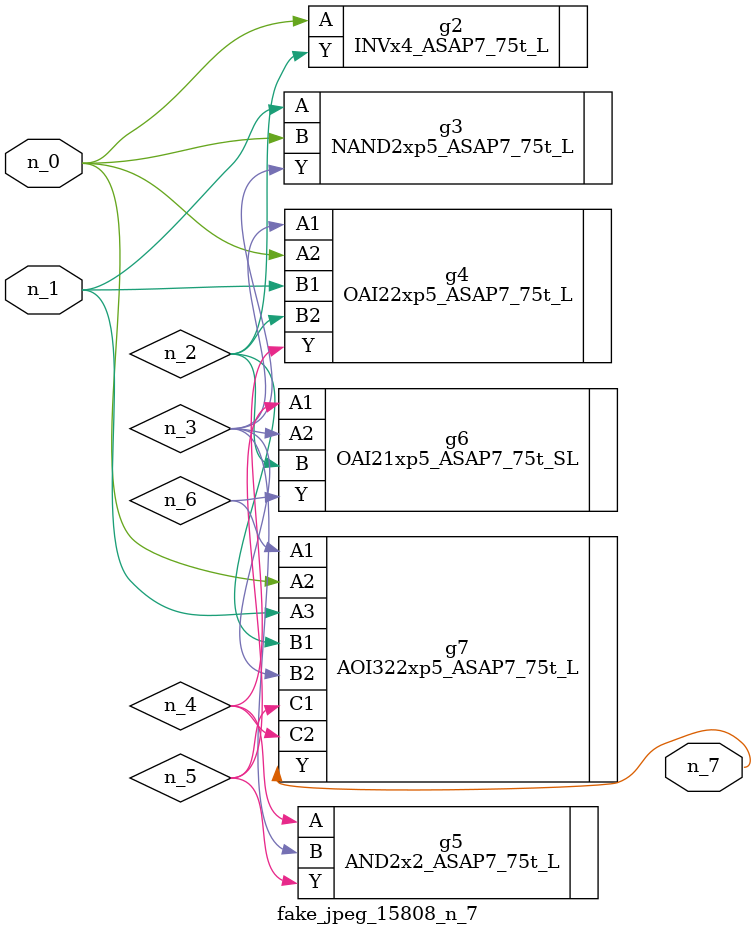
<source format=v>
module fake_jpeg_15808_n_7 (n_0, n_1, n_7);

input n_0;
input n_1;

output n_7;

wire n_2;
wire n_3;
wire n_4;
wire n_6;
wire n_5;

INVx4_ASAP7_75t_L g2 ( 
.A(n_0),
.Y(n_2)
);

NAND2xp5_ASAP7_75t_L g3 ( 
.A(n_1),
.B(n_0),
.Y(n_3)
);

OAI22xp5_ASAP7_75t_L g4 ( 
.A1(n_3),
.A2(n_0),
.B1(n_1),
.B2(n_2),
.Y(n_4)
);

AND2x2_ASAP7_75t_L g5 ( 
.A(n_4),
.B(n_3),
.Y(n_5)
);

OAI21xp5_ASAP7_75t_SL g6 ( 
.A1(n_5),
.A2(n_3),
.B(n_2),
.Y(n_6)
);

AOI322xp5_ASAP7_75t_L g7 ( 
.A1(n_6),
.A2(n_0),
.A3(n_1),
.B1(n_2),
.B2(n_3),
.C1(n_5),
.C2(n_4),
.Y(n_7)
);


endmodule
</source>
